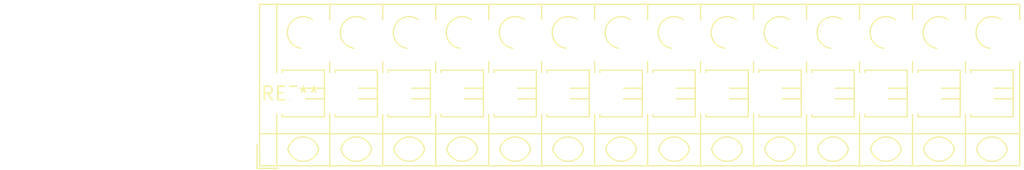
<source format=kicad_pcb>
(kicad_pcb (version 20240108) (generator pcbnew)
  (layers (0 "F.Cu" signal) (31 "B.Cu" signal) (34 "B.Paste" user) (35 "F.Paste" user) (36 "B.SilkS" user "B.Silkscreen") (37 "F.SilkS" user "F.Silkscreen") (38 "B.Mask" user) (39 "F.Mask" user) (44 "Edge.Cuts" user))
  (net 0 "")
  (footprint "TerminalBlock_WAGO_804-114_1x14_P5.00mm_45Degree" (layer "F.Cu") (at 0 0)
    (property "Reference" "REF**")
    (property "Value" "TerminalBlock_WAGO_804-114_1x14_P5.00mm_45Degree")
    (fp_line (start -3.11 4.82) (end -3.11 7.06) (layer "F.SilkS") (stroke (width 0.12)))
    (fp_line (start -3.11 7.06) (end -1.11 7.06) (layer "F.SilkS") (stroke (width 0.12)))
    (fp_line (start -2.87 -8.42) (end -2.87 6.82) (layer "F.SilkS") (stroke (width 0.12)))
    (fp_line (start -2.87 -8.42) (end 68.87 -8.42) (layer "F.SilkS") (stroke (width 0.12)))
    (fp_line (start -2.87 3.8) (end 68.87 3.8) (layer "F.SilkS") (stroke (width 0.12)))
    (fp_line (start -2.87 6.82) (end 68.87 6.82) (layer "F.SilkS") (stroke (width 0.12)))
    (fp_line (start -1.25 -8.42) (end -1.25 -1.98) (layer "F.SilkS") (stroke (width 0.12)))
    (fp_line (start -1.25 1.98) (end -1.25 6.82) (layer "F.SilkS") (stroke (width 0.12)))
    (fp_line (start -0.75 -2.2) (end -0.75 -1.98) (layer "F.SilkS") (stroke (width 0.12)))
    (fp_line (start -0.75 -2.2) (end 3.25 -2.2) (layer "F.SilkS") (stroke (width 0.12)))
    (fp_line (start -0.75 1.98) (end -0.75 2.2) (layer "F.SilkS") (stroke (width 0.12)))
    (fp_line (start -0.75 2.2) (end 3.25 2.2) (layer "F.SilkS") (stroke (width 0.12)))
    (fp_line (start 1.48 -0.5) (end 3.25 -0.5) (layer "F.SilkS") (stroke (width 0.12)))
    (fp_line (start 1.48 0.5) (end 3.25 0.5) (layer "F.SilkS") (stroke (width 0.12)))
    (fp_line (start 3.25 -2.2) (end 3.25 2.2) (layer "F.SilkS") (stroke (width 0.12)))
    (fp_line (start 3.25 -0.5) (end 3.25 0.5) (layer "F.SilkS") (stroke (width 0.12)))
    (fp_line (start 3.75 -8.42) (end 3.75 -6.98) (layer "F.SilkS") (stroke (width 0.12)))
    (fp_line (start 3.75 -3.02) (end 3.75 -1.98) (layer "F.SilkS") (stroke (width 0.12)))
    (fp_line (start 3.75 1.98) (end 3.75 6.82) (layer "F.SilkS") (stroke (width 0.12)))
    (fp_line (start 4.25 -2.2) (end 4.25 -1.98) (layer "F.SilkS") (stroke (width 0.12)))
    (fp_line (start 4.25 -2.2) (end 8.25 -2.2) (layer "F.SilkS") (stroke (width 0.12)))
    (fp_line (start 4.25 1.98) (end 4.25 2.2) (layer "F.SilkS") (stroke (width 0.12)))
    (fp_line (start 4.25 2.2) (end 8.25 2.2) (layer "F.SilkS") (stroke (width 0.12)))
    (fp_line (start 6.48 -0.5) (end 8.25 -0.5) (layer "F.SilkS") (stroke (width 0.12)))
    (fp_line (start 6.48 0.5) (end 8.25 0.5) (layer "F.SilkS") (stroke (width 0.12)))
    (fp_line (start 8.25 -2.2) (end 8.25 2.2) (layer "F.SilkS") (stroke (width 0.12)))
    (fp_line (start 8.25 -0.5) (end 8.25 0.5) (layer "F.SilkS") (stroke (width 0.12)))
    (fp_line (start 8.75 -8.42) (end 8.75 -6.98) (layer "F.SilkS") (stroke (width 0.12)))
    (fp_line (start 8.75 -3.02) (end 8.75 -1.98) (layer "F.SilkS") (stroke (width 0.12)))
    (fp_line (start 8.75 1.98) (end 8.75 6.82) (layer "F.SilkS") (stroke (width 0.12)))
    (fp_line (start 9.25 -2.2) (end 9.25 -1.98) (layer "F.SilkS") (stroke (width 0.12)))
    (fp_line (start 9.25 -2.2) (end 13.25 -2.2) (layer "F.SilkS") (stroke (width 0.12)))
    (fp_line (start 9.25 1.98) (end 9.25 2.2) (layer "F.SilkS") (stroke (width 0.12)))
    (fp_line (start 9.25 2.2) (end 13.25 2.2) (layer "F.SilkS") (stroke (width 0.12)))
    (fp_line (start 11.48 -0.5) (end 13.25 -0.5) (layer "F.SilkS") (stroke (width 0.12)))
    (fp_line (start 11.48 0.5) (end 13.25 0.5) (layer "F.SilkS") (stroke (width 0.12)))
    (fp_line (start 13.25 -2.2) (end 13.25 2.2) (layer "F.SilkS") (stroke (width 0.12)))
    (fp_line (start 13.25 -0.5) (end 13.25 0.5) (layer "F.SilkS") (stroke (width 0.12)))
    (fp_line (start 13.75 -8.42) (end 13.75 -6.98) (layer "F.SilkS") (stroke (width 0.12)))
    (fp_line (start 13.75 -3.02) (end 13.75 -1.98) (layer "F.SilkS") (stroke (width 0.12)))
    (fp_line (start 13.75 1.98) (end 13.75 6.82) (layer "F.SilkS") (stroke (width 0.12)))
    (fp_line (start 14.25 -2.2) (end 14.25 -1.98) (layer "F.SilkS") (stroke (width 0.12)))
    (fp_line (start 14.25 -2.2) (end 18.25 -2.2) (layer "F.SilkS") (stroke (width 0.12)))
    (fp_line (start 14.25 1.98) (end 14.25 2.2) (layer "F.SilkS") (stroke (width 0.12)))
    (fp_line (start 14.25 2.2) (end 18.25 2.2) (layer "F.SilkS") (stroke (width 0.12)))
    (fp_line (start 16.48 -0.5) (end 18.25 -0.5) (layer "F.SilkS") (stroke (width 0.12)))
    (fp_line (start 16.48 0.5) (end 18.25 0.5) (layer "F.SilkS") (stroke (width 0.12)))
    (fp_line (start 18.25 -2.2) (end 18.25 2.2) (layer "F.SilkS") (stroke (width 0.12)))
    (fp_line (start 18.25 -0.5) (end 18.25 0.5) (layer "F.SilkS") (stroke (width 0.12)))
    (fp_line (start 18.75 -8.42) (end 18.75 -6.98) (layer "F.SilkS") (stroke (width 0.12)))
    (fp_line (start 18.75 -3.02) (end 18.75 -1.98) (layer "F.SilkS") (stroke (width 0.12)))
    (fp_line (start 18.75 1.98) (end 18.75 6.82) (layer "F.SilkS") (stroke (width 0.12)))
    (fp_line (start 19.25 -2.2) (end 19.25 -1.98) (layer "F.SilkS") (stroke (width 0.12)))
    (fp_line (start 19.25 -2.2) (end 23.25 -2.2) (layer "F.SilkS") (stroke (width 0.12)))
    (fp_line (start 19.25 1.98) (end 19.25 2.2) (layer "F.SilkS") (stroke (width 0.12)))
    (fp_line (start 19.25 2.2) (end 23.25 2.2) (layer "F.SilkS") (stroke (width 0.12)))
    (fp_line (start 21.48 -0.5) (end 23.25 -0.5) (layer "F.SilkS") (stroke (width 0.12)))
    (fp_line (start 21.48 0.5) (end 23.25 0.5) (layer "F.SilkS") (stroke (width 0.12)))
    (fp_line (start 23.25 -2.2) (end 23.25 2.2) (layer "F.SilkS") (stroke (width 0.12)))
    (fp_line (start 23.25 -0.5) (end 23.25 0.5) (layer "F.SilkS") (stroke (width 0.12)))
    (fp_line (start 23.75 -8.42) (end 23.75 -6.98) (layer "F.SilkS") (stroke (width 0.12)))
    (fp_line (start 23.75 -3.02) (end 23.75 -1.98) (layer "F.SilkS") (stroke (width 0.12)))
    (fp_line (start 23.75 1.98) (end 23.75 6.82) (layer "F.SilkS") (stroke (width 0.12)))
    (fp_line (start 24.25 -2.2) (end 24.25 -1.98) (layer "F.SilkS") (stroke (width 0.12)))
    (fp_line (start 24.25 -2.2) (end 28.25 -2.2) (layer "F.SilkS") (stroke (width 0.12)))
    (fp_line (start 24.25 1.98) (end 24.25 2.2) (layer "F.SilkS") (stroke (width 0.12)))
    (fp_line (start 24.25 2.2) (end 28.25 2.2) (layer "F.SilkS") (stroke (width 0.12)))
    (fp_line (start 26.48 -0.5) (end 28.25 -0.5) (layer "F.SilkS") (stroke (width 0.12)))
    (fp_line (start 26.48 0.5) (end 28.25 0.5) (layer "F.SilkS") (stroke (width 0.12)))
    (fp_line (start 28.25 -2.2) (end 28.25 2.2) (layer "F.SilkS") (stroke (width 0.12)))
    (fp_line (start 28.25 -0.5) (end 28.25 0.5) (layer "F.SilkS") (stroke (width 0.12)))
    (fp_line (start 28.75 -8.42) (end 28.75 -6.98) (layer "F.SilkS") (stroke (width 0.12)))
    (fp_line (start 28.75 -3.02) (end 28.75 -1.98) (layer "F.SilkS") (stroke (width 0.12)))
    (fp_line (start 28.75 1.98) (end 28.75 6.82) (layer "F.SilkS") (stroke (width 0.12)))
    (fp_line (start 29.25 -2.2) (end 29.25 -1.98) (layer "F.SilkS") (stroke (width 0.12)))
    (fp_line (start 29.25 -2.2) (end 33.25 -2.2) (layer "F.SilkS") (stroke (width 0.12)))
    (fp_line (start 29.25 1.98) (end 29.25 2.2) (layer "F.SilkS") (stroke (width 0.12)))
    (fp_line (start 29.25 2.2) (end 33.25 2.2) (layer "F.SilkS") (stroke (width 0.12)))
    (fp_line (start 31.48 -0.5) (end 33.25 -0.5) (layer "F.SilkS") (stroke (width 0.12)))
    (fp_line (start 31.48 0.5) (end 33.25 0.5) (layer "F.SilkS") (stroke (width 0.12)))
    (fp_line (start 33.25 -2.2) (end 33.25 2.2) (layer "F.SilkS") (stroke (width 0.12)))
    (fp_line (start 33.25 -0.5) (end 33.25 0.5) (layer "F.SilkS") (stroke (width 0.12)))
    (fp_line (start 33.75 -8.42) (end 33.75 -6.98) (layer "F.SilkS") (stroke (width 0.12)))
    (fp_line (start 33.75 -3.02) (end 33.75 -1.98) (layer "F.SilkS") (stroke (width 0.12)))
    (fp_line (start 33.75 1.98) (end 33.75 6.82) (layer "F.SilkS") (stroke (width 0.12)))
    (fp_line (start 34.25 -2.2) (end 34.25 -1.98) (layer "F.SilkS") (stroke (width 0.12)))
    (fp_line (start 34.25 -2.2) (end 38.25 -2.2) (layer "F.SilkS") (stroke (width 0.12)))
    (fp_line (start 34.25 1.98) (end 34.25 2.2) (layer "F.SilkS") (stroke (width 0.12)))
    (fp_line (start 34.25 2.2) (end 38.25 2.2) (layer "F.SilkS") (stroke (width 0.12)))
    (fp_line (start 36.48 -0.5) (end 38.25 -0.5) (layer "F.SilkS") (stroke (width 0.12)))
    (fp_line (start 36.48 0.5) (end 38.25 0.5) (layer "F.SilkS") (stroke (width 0.12)))
    (fp_line (start 38.25 -2.2) (end 38.25 2.2) (layer "F.SilkS") (stroke (width 0.12)))
    (fp_line (start 38.25 -0.5) (end 38.25 0.5) (layer "F.SilkS") (stroke (width 0.12)))
    (fp_line (start 38.75 -8.42) (end 38.75 -6.98) (layer "F.SilkS") (stroke (width 0.12)))
    (fp_line (start 38.75 -3.02) (end 38.75 -1.98) (layer "F.SilkS") (stroke (width 0.12)))
    (fp_line (start 38.75 1.98) (end 38.75 6.82) (layer "F.SilkS") (stroke (width 0.12)))
    (fp_line (start 39.25 -2.2) (end 39.25 -1.98) (layer "F.SilkS") (stroke (width 0.12)))
    (fp_line (start 39.25 -2.2) (end 43.25 -2.2) (layer "F.SilkS") (stroke (width 0.12)))
    (fp_line (start 39.25 1.98) (end 39.25 2.2) (layer "F.SilkS") (stroke (width 0.12)))
    (fp_line (start 39.25 2.2) (end 43.25 2.2) (layer "F.SilkS") (stroke (width 0.12)))
    (fp_line (start 41.48 -0.5) (end 43.25 -0.5) (layer "F.SilkS") (stroke (width 0.12)))
    (fp_line (start 41.48 0.5) (end 43.25 0.5) (layer "F.SilkS") (stroke (width 0.12)))
    (fp_line (start 43.25 -2.2) (end 43.25 2.2) (layer "F.SilkS") (stroke (width 0.12)))
    (fp_line (start 43.25 -0.5) (end 43.25 0.5) (layer "F.SilkS") (stroke (width 0.12)))
    (fp_line (start 43.75 -8.42) (end 43.75 -6.98) (layer "F.SilkS") (stroke (width 0.12)))
    (fp_line (start 43.75 -3.02) (end 43.75 -1.98) (layer "F.SilkS") (stroke (width 0.12)))
    (fp_line (start 43.75 1.98) (end 43.75 6.82) (layer "F.SilkS") (stroke (width 0.12)))
    (fp_line (start 44.25 -2.2) (end 44.25 -1.98) (layer "F.SilkS") (stroke (width 0.12)))
    (fp_line (start 44.25 -2.2) (end 48.25 -2.2) (layer "F.SilkS") (stroke (width 0.12)))
    (fp_line (start 44.25 1.98) (end 44.25 2.2) (layer "F.SilkS") (stroke (width 0.12)))
    (fp_line (start 44.25 2.2) (end 48.25 2.2) (layer "F.SilkS") (stroke (width 0.12)))
    (fp_line (start 46.48 -0.5) (end 48.25 -0.5) (layer "F.SilkS") (stroke (width 0.12)))
    (fp_line (start 46.48 0.5) (end 48.25 0.5) (layer "F.SilkS") (stroke (width 0.12)))
    (fp_line (start 48.25 -2.2) (end 48.25 2.2) (layer "F.SilkS") (stroke (width 0.12)))
    (fp_line (start 48.25 -0.5) (end 48.25 0.5) (layer "F.SilkS") (stroke (width 0.12)))
    (fp_line (start 48.75 -8.42) (end 48.75 -6.98) (layer "F.SilkS") (stroke (width 0.12)))
    (fp_line (start 48.75 -3.02) (end 48.75 -1.98) (layer "F.SilkS") (stroke (width 0.12)))
    (fp_line (start 48.75 1.98) (end 48.75 6.82) (layer "F.SilkS") (stroke (width 0.12)))
    (fp_line (start 49.25 -2.2) (end 49.25 -1.98) (layer "F.SilkS") (stroke (width 0.12)))
    (fp_line (start 49.25 -2.2) (end 53.25 -2.2) (layer "F.SilkS") (stroke (width 0.12)))
    (fp_line (start 49.25 1.98) (end 49.25 2.2) (layer "F.SilkS") (stroke (width 0.12)))
    (fp_line (start 49.25 2.2) (end 53.25 2.2) (layer "F.SilkS") (stroke (width 0.12)))
    (fp_line (start 51.48 -0.5) (end 53.25 -0.5) (layer "F.SilkS") (stroke (width 0.12)))
    (fp_line (start 51.48 0.5) (end 53.25 0.5) (layer "F.SilkS") (stroke (width 0.12)))
    (fp_line (start 53.25 -2.2) (end 53.25 2.2) (layer "F.SilkS") (stroke (width 0.12)))
    (fp_line (start 53.25 -0.5) (end 53.25 0.5) (layer "F.SilkS") (stroke (width 0.12)))
    (fp_line (start 53.75 -8.42) (end 53.75 -6.98) (layer "F.SilkS") (stroke (width 0.12)))
    (fp_line (start 53.75 -3.02) (end 53.75 -1.98) (layer "F.SilkS") (stroke (width 0.12)))
    (fp_line (start 53.75 1.98) (end 53.75 6.82) (layer "F.SilkS") (stroke (width 0.12)))
    (fp_line (start 54.25 -2.2) (end 54.25 -1.98) (layer "F.SilkS") (stroke (width 0.12)))
    (fp_line (start 54.25 -2.2) (end 58.25 -2.2) (layer "F.SilkS") (stroke (width 0.12)))
    (fp_line (start 54.25 1.98) (end 54.25 2.2) (layer "F.SilkS") (stroke (width 0.12)))
    (fp_line (start 54.25 2.2) (end 58.25 2.2) (layer "F.SilkS") (stroke (width 0.12)))
    (fp_line (start 56.48 -0.5) (end 58.25 -0.5) (layer "F.SilkS") (stroke (width 0.12)))
    (fp_line (start 56.48 0.5) (end 58.25 0.5) (layer "F.SilkS") (stroke (width 0.12)))
    (fp_line (start 58.25 -2.2) (end 58.25 2.2) (layer "F.SilkS") (stroke (width 0.12)))
    (fp_line (start 58.25 -0.5) (end 58.25 0.5) (layer "F.SilkS") (stroke (width 0.12)))
    (fp_line (start 58.75 -8.42) (end 58.75 -6.98) (layer "F.SilkS") (stroke (width 0.12)))
    (fp_line (start 58.75 -3.02) (end 58.75 -1.98) (layer "F.SilkS") (stroke (width 0.12)))
    (fp_line (start 58.75 1.98) (end 58.75 6.82) (layer "F.SilkS") (stroke (width 0.12)))
    (fp_line (start 59.25 -2.2) (end 59.25 -1.98) (layer "F.SilkS") (stroke (width 0.12)))
    (fp_line (start 59.25 -2.2) (end 63.25 -2.2) (layer "F.SilkS") (stroke (width 0.12)))
    (fp_line (start 59.25 1.98) (end 59.25 2.2) (layer "F.SilkS") (stroke (width 0.12)))
    (fp_line (start 59.25 2.2) (end 63.25 2.2) (layer "F.SilkS") (stroke (width 0.12)))
    (fp_line (start 61.48 -0.5) (end 63.25 -0.5) (layer "F.SilkS") (stroke (width 0.12)))
    (fp_line (start 61.48 0.5) (end 63.25 0.5) (layer "F.SilkS") (stroke (width 0.12)))
    (fp_line (start 63.25 -2.2) (end 63.25 2.2) (layer "F.SilkS") (stroke (width 0.12)))
    (fp_line (start 63.25 -0.5) (end 63.25 0.5) (layer "F.SilkS") (stroke (width 0.12)))
    (fp_line (start 63.75 -8.42) (end 63.75 -6.98) (layer "F.SilkS") (stroke (width 0.12)))
    (fp_line (start 63.75 -3.02) (end 63.75 -1.98) (layer "F.SilkS") (stroke (width 0.12)))
    (fp_line (start 63.75 1.98) (end 63.75 6.82) (layer "F.SilkS") (stroke (width 0.12)))
    (fp_line (start 64.25 -2.2) (end 64.25 -1.98) (layer "F.SilkS") (stroke (width 0.12)))
    (fp_line (start 64.25 -2.2) (end 68.25 -2.2) (layer "F.SilkS") (stroke (width 0.12)))
    (fp_line (start 64.25 1.98) (end 64.25 2.2) (layer "F.SilkS") (stroke (width 0.12)))
    (fp_line (start 64.25 2.2) (end 68.25 2.2) (layer "F.SilkS") (stroke (width 0.12)))
    (fp_line (start 66.48 -0.5) (end 68.25 -0.5) (layer "F.SilkS") (stroke (width 0.12)))
    (fp_line (start 66.48 0.5) (end 68.25 0.5) (layer "F.SilkS") (stroke (width 0.12)))
    (fp_line (start 68.25 -2.2) (end 68.25 2.2) (layer "F.SilkS") (stroke (width 0.12)))
    (fp_line (start 68.25 -0.5) (end 68.25 0.5) (layer "F.SilkS") (stroke (width 0.12)))
    (fp_line (start 68.87 -8.42) (end 68.87 -6.98) (layer "F.SilkS") (stroke (width 0.12)))
    (fp_line (start 68.87 -3.02) (end 68.87 6.82) (layer "F.SilkS") (stroke (width 0.12)))
    (fp_arc (start -0.200865 5.250424) (mid 1.250296 4.099926) (end 2.701 5.251) (layer "F.SilkS") (stroke (width 0.12)))
    (fp_arc (start 1.040798 -4.264067) (mid -0.146039 -6.300306) (end 2.111 -6.979) (layer "F.SilkS") (stroke (width 0.12)))
    (fp_arc (start 2.7 5.25) (mid 1.250068 6.400101) (end -0.199969 5.250133) (layer "F.SilkS") (stroke (width 0.12)))
    (fp_arc (start 4.799135 5.250424) (mid 6.250296 4.099926) (end 7.701 5.251) (layer "F.SilkS") (stroke (width 0.12)))
    (fp_arc (start 6.040798 -4.264067) (mid 4.853961 -6.300306) (end 7.111 -6.979) (layer "F.SilkS") (stroke (width 0.12)))
    (fp_arc (start 7.7 5.25) (mid 6.250068 6.400101) (end 4.800031 5.250133) (layer "F.SilkS") (stroke (width 0.12)))
    (fp_arc (start 9.799135 5.250424) (mid 11.250296 4.099926) (end 12.701 5.251) (layer "F.SilkS") (stroke (width 0.12)))
    (fp_arc (start 11.040798 -4.264067) (mid 9.853961 -6.300306) (end 12.111 -6.979) (layer "F.SilkS") (stroke (width 0.12)))
    (fp_arc (start 12.7 5.25) (mid 11.250068 6.400101) (end 9.800031 5.250133) (layer "F.SilkS") (stroke (width 0.12)))
    (fp_arc (start 14.799135 5.250424) (mid 16.250296 4.099926) (end 17.701 5.251) (layer "F.SilkS") (stroke (width 0.12)))
    (fp_arc (start 16.040798 -4.264067) (mid 14.853961 -6.300306) (end 17.111 -6.979) (layer "F.SilkS") (stroke (width 0.12)))
    (fp_arc (start 17.7 5.25) (mid 16.250068 6.400101) (end 14.800031 5.250133) (layer "F.SilkS") (stroke (width 0.12)))
    (fp_arc (start 19.799135 5.250424) (mid 21.250296 4.099926) (end 22.701 5.251) (layer "F.SilkS") (stroke (width 0.12)))
    (fp_arc (start 21.040798 -4.264067) (mid 19.853961 -6.300306) (end 22.111 -6.979) (layer "F.SilkS") (stroke (width 0.12)))
    (fp_arc (start 22.7 5.25) (mid 21.250068 6.400101) (end 19.800031 5.250133) (layer "F.SilkS") (stroke (width 0.12)))
    (fp_arc (start 24.799135 5.250424) (mid 26.250296 4.099926) (end 27.701 5.251) (layer "F.SilkS") (stroke (width 0.12)))
    (fp_arc (start 26.040798 -4.264067) (mid 24.853961 -6.300306) (end 27.111 -6.979) (layer "F.SilkS") (stroke (width 0.12)))
    (fp_arc (start 27.7 5.25) (mid 26.250068 6.400101) (end 24.800031 5.250133) (layer "F.SilkS") (stroke (width 0.12)))
    (fp_arc (start 29.799135 5.250424) (mid 31.250296 4.099926) (end 32.701 5.251) (layer "F.SilkS") (stroke (width 0.12)))
    (fp_arc (start 31.040798 -4.264067) (mid 29.853961 -6.300306) (end 32.111 -6.979) (layer "F.SilkS") (stroke (width 0.12)))
    (fp_arc (start 32.701 5.25) (mid 31.250296 6.401074) (end 29.799135 5.250576) (layer "F.SilkS") (stroke (width 0.12)))
    (fp_arc (start 34.799135 5.250424) (mid 36.250296 4.099926) (end 37.701 5.251) (layer "F.SilkS") (stroke (width 0.12)))
    (fp_arc (start 36.040798 -4.264067) (mid 34.853961 -6.300306) (end 37.111 -6.979) (layer "F.SilkS") (stroke (width 0.12)))
    (fp_arc (start 37.7 5.25) (mid 36.250068 6.400101) (end 34.800031 5.250133) (layer "F.SilkS") (stroke (width 0.12)))
    (fp_arc (start 39.799135 5.250424) (mid 41.250296 4.099926) (end 42.701 5.251) (layer "F.SilkS") (stroke (width 0.12)))
    (fp_arc (start 41.040798 -4.264067) (mid 39.853961 -6.300306) (end 42.111 -6.979) (layer "F.SilkS") (stroke (width 0.12)))
    (fp_arc (start 42.7 5.25) (mid 41.250068 6.400101) (end 39.800031 5.250133) (layer "F.SilkS") (stroke (width 0.12)))
    (fp_arc (start 44.799135 5.250424) (mid 46.250296 4.099926) (end 47.701 5.251) (layer "F.SilkS") (stroke (width 0.12)))
    (fp_arc (start 46.040798 -4.264067) (mid 44.853961 -6.300306) (end 47.111 -6.979) (layer "F.SilkS") (stroke (width 0.12)))
    (fp_arc (start 47.7 5.25) (mid 46.250068 6.400101) (end 44.800031 5.250133) (layer "F.SilkS") (stroke (width 0.12)))
    (fp_arc (start 49.799135 5.250424) (mid 51.250296 4.099926) (end 52.701 5.251) (layer "F.SilkS") (stroke (width 0.12)))
    (fp_arc (start 51.040798 -4.264067) (mid 49.853961 -6.300306) (end 52.111 -6.979) (layer "F.SilkS") (stroke (width 0.12)))
    (fp_arc (start 52.7 5.25) (mid 51.250068 6.400101) (end 49.800031 5.250133) (layer "F.SilkS") (stroke (width 0.12)))
    (fp_arc (start 54.799135 5.250424) (mid 56.250296 4.099926) (end 57.701 5.251) (layer "F.SilkS") (stroke (width 0.12)))
    (fp_arc (start 56.040798 -4.264067) (mid 54.853961 -6.300306) (end 57.111 -6.979) (layer "F.SilkS") (stroke (width 0.12)))
    (fp_arc (start 57.7 5.25) (mid 56.250068 6.400101) (end 54.800031 5.250133) (layer "F.SilkS") (stroke (width 0.12)))
    (fp_arc (start 59.799135 5.250424) (mid 61.250296 4.099926) (end 62.701 5.251) (layer "F.SilkS") (stroke (width 0.12)))
    (fp_arc (start 61.040798 -4.264067) (mid 59.853961 -6.300306) (end 62.111 -6.979) (layer "F.SilkS") (stroke (width 0.12)))
    (fp_arc (start 62.7 5.25) (mid 61.250068 6.400101) (end 59.800031 5.250133) (layer "F.SilkS") (stroke (width 0.12)))
    (fp_arc (start 64.799135 5.250424) (mid 66.250296 4.099926) (end 67.701 5.251) (layer "F.SilkS") (stroke (width 0.12)))
    (fp_arc (start 66.040798 -4.264067) (mid 64.853961 -6.300306) (end 67.111 -6.979) (layer "F.SilkS") (stroke (width 0.12)))
    (fp_arc (start 67.7 5.25) (mid 66.250068 6.400101) (end 64.800031 5.250133) (layer "F.SilkS") (stroke (width 0.12)))
    (pad "1" thru_hole rect (at 0 0) (size 2 3) (drill 1.2) (layers *.Cu *.Mask) (remove_unused_layers))
    (pad "1" thru_hole rect (at 2.5 -5) (size 2 3) (drill 1.2) (layers *.Cu *.Mask) (remove_unused_layers))
    (pad "2" thru_hole oval (at 5 0) (size 2 3) (drill 1.2) (layers *.Cu *.Mask) (remove_unused_layers))
    (pad "2" thru_hole oval (at 7.5 -5) (size 2 3) (drill 1.2) (layers *.Cu *.Mask) (remove_unused_layers))
    (pad "3" thru_hole oval (at 10 0) (size 2 3) (drill 1.2) (layers *.Cu *.Mask) (remove_unused_layers))
    (pad "3" thru_hole oval (at 12.5 -5) (size 2 3) (drill 1.2) (layers *.Cu *.Mask) (remove_unused_layers))
    (pad "4" thru_hole oval (at 15 0) (size 2 3) (drill 1.2) (layers *.Cu *.Mask) (remove_unused_layers))
    (pad "4" thru_hole oval (at 17.5 -5) (size 2 3) (drill 1.2) (layers *.Cu *.Mask) (remove_unused_layers))
    (pad "5" thru_hole oval (at 20 0) (size 2 3) (drill 1.2) (layers *.Cu *.Mask) (remove_unused_layers))
    (pad "5" thru_hole oval (at 22.5 -5) (size 2 3) (drill 1.2) (layers *.Cu *.Mask) (remove_unused_layers))
    (pad "6" thru_hole oval (at 25 0) (size 2 3) (drill 1.2) (layers *.Cu *.Mask) (remove_unused_layers))
    (pad "6" thru_hole oval (at 27.5 -5) (size 2 3) (drill 1.2) (layers *.Cu *.Mask) (remove_unused_layers))
    (pad "7" thru_hole oval (at 30 0) (size 2 3) (drill 1.2) (layers *.Cu *.Mask) (remove_unused_layers))
    (pad "7" thru_hole oval (at 32.5 -5) (size 2 3) (drill 1.2) (layers *.Cu *.Mask) (remove_unused_layers))
    (pad "8" thru_hole oval (at 35 0) (size 2 3) (drill 1.2) (layers *.Cu *.Mask) (remove_unused_layers))
    (pad "8" thru_hole oval (at 37.5 -5) (size 2 3) (drill 1.2) (layers *.Cu *.Mask) (remove_unused_layers))
    (pad "9" thru_hole oval (at 40 0) (size 2 3) (drill 1.2) (layers *.Cu *.Mask) (remove_unused_layers))
    (pad "9" thru_hole oval (at 42.5 -5) (size 2 3) (drill 1.2) (layers *.Cu *.Mask) (remove_unused_layers))
    (pad "10" thru_hole oval (at 45 0) (size 2 3) (drill 1.2) (layers *.Cu *.Mask) (remove_unused_layers))
    (pad "10" thru_hole oval (at 47.5 -5) (size 2 3) (drill 1.2) (layers *.Cu *.Mask) (remove_unused_layers))
    (pad "11" thru_hole oval (at 50 0) (size 2 3) (drill 1.2) (layers *.Cu *.Mask) (remove_unused_layers))
    (pad "11" thru_hole oval (at 52.5 -5) (size 2 3) (drill 1.2) (layers *.Cu *.Mask) (remove_unused_layers))
    (pad "12" thru_hole oval (at 55 0) (size 2 3) (drill 1.2) (layers *.Cu *.Mask) (remove_unused_layers))
    (pad "12" thru_hole oval (at 57.5 -5) (size 2 3) (drill 1.2) (layers *.Cu *.Mask) (remove_unused_layers))
    (pad "13" thru_hole oval (at 60 0) (size 2 3) (drill 1.2) (layers *.Cu *.Mask) (remove_unused_layers))
    (pad "13" thru_hole oval (at 62.5 -5) (size 2 3) (drill 1.2) (layers *.Cu *.Mask) (remove_unused_layers))
    (pad "14" thru_hole oval (at 65 0) (size 2 3) (drill 1.2) (layers *.Cu *.Mask) (remove_unused_layers))
    (pad "14" thru_hole oval (at 67.5 -5) (size 2 3) (drill 1.2) (layers *.Cu *.Mask) (remove_unused_layers))
  )
)
</source>
